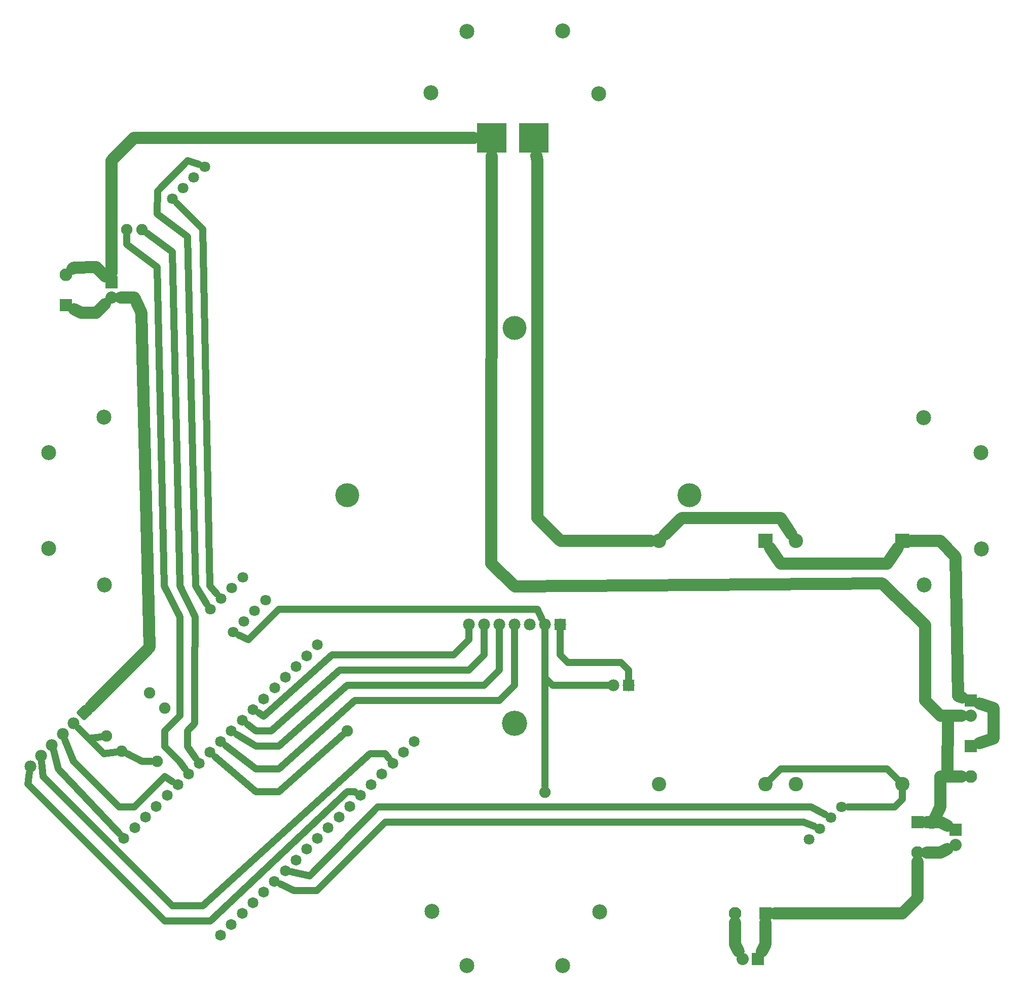
<source format=gtl>
G04 MADE WITH FRITZING*
G04 WWW.FRITZING.ORG*
G04 DOUBLE SIDED*
G04 HOLES PLATED*
G04 CONTOUR ON CENTER OF CONTOUR VECTOR*
%ASAXBY*%
%FSLAX23Y23*%
%MOIN*%
%OFA0B0*%
%SFA1.0B1.0*%
%ADD10C,0.098425*%
%ADD11C,0.071858*%
%ADD12C,0.075433*%
%ADD13C,0.071000*%
%ADD14C,0.070972*%
%ADD15C,0.075000*%
%ADD16C,0.078000*%
%ADD17C,0.094488*%
%ADD18C,0.083307*%
%ADD19C,0.080000*%
%ADD20C,0.157480*%
%ADD21C,0.165354*%
%ADD22R,0.078000X0.078000*%
%ADD23R,0.196850X0.196850*%
%ADD24R,0.083307X0.083307*%
%ADD25R,0.080000X0.080000*%
%ADD26C,0.048000*%
%ADD27C,0.020000*%
%ADD28R,0.001000X0.001000*%
%LNCOPPER1*%
G90*
G70*
G54D10*
X874Y4241D03*
G54D11*
X2643Y2977D03*
X2572Y2906D03*
X2502Y2835D03*
X2431Y2764D03*
X2361Y2694D03*
X2290Y2623D03*
X2219Y2552D03*
X2148Y2482D03*
X2077Y2411D03*
X2007Y2341D03*
X1936Y2270D03*
X1865Y2199D03*
X1795Y2128D03*
X1724Y2057D03*
X1654Y1987D03*
X1583Y1916D03*
X1512Y1846D03*
X1441Y1775D03*
X1370Y1704D03*
X2006Y1068D03*
X2077Y1139D03*
X2148Y1210D03*
X2219Y1280D03*
X2290Y1351D03*
X2360Y1421D03*
X2431Y1492D03*
X2501Y1563D03*
X2572Y1634D03*
X2643Y1705D03*
X2713Y1775D03*
X2784Y1846D03*
X2855Y1916D03*
X2926Y1987D03*
X2997Y2058D03*
X3067Y2128D03*
X3138Y2199D03*
X3208Y2270D03*
X3279Y2341D03*
G54D12*
X4139Y2009D03*
X2839Y2411D03*
G54D13*
X1901Y6123D03*
X1830Y6052D03*
G54D14*
X1760Y5982D03*
X1689Y5911D03*
G54D13*
X2151Y3423D03*
X2080Y3352D03*
G54D14*
X2010Y3282D03*
X1939Y3211D03*
G54D13*
X2301Y3273D03*
X2230Y3202D03*
G54D14*
X2160Y3132D03*
X2089Y3061D03*
G54D13*
X5877Y1699D03*
X5947Y1769D03*
G54D14*
X6018Y1840D03*
X6089Y1911D03*
G54D15*
X1256Y2378D03*
X1539Y2661D03*
X1356Y2278D03*
X1639Y2561D03*
G54D12*
X1389Y5709D03*
X1488Y5709D03*
G54D16*
X4039Y3111D03*
X3939Y3111D03*
X3839Y3111D03*
X3739Y3111D03*
X3639Y3111D03*
X4689Y2711D03*
X4589Y2711D03*
X4239Y3111D03*
X4139Y3111D03*
X1110Y2532D03*
X1039Y2461D03*
X968Y2390D03*
X897Y2319D03*
X827Y2249D03*
X756Y2178D03*
G54D12*
X1589Y2211D03*
G54D17*
X5589Y3661D03*
X4889Y3661D03*
X4889Y2061D03*
X5589Y2061D03*
X6489Y3661D03*
X5789Y3661D03*
X5789Y2061D03*
X6489Y2061D03*
G54D18*
X6589Y1811D03*
X6589Y1611D03*
X6939Y2311D03*
X6939Y2111D03*
X989Y5211D03*
X989Y5411D03*
X5589Y1211D03*
X5389Y1211D03*
G54D19*
X5539Y911D03*
X5439Y911D03*
X6839Y1761D03*
X6839Y1661D03*
X6939Y2611D03*
X6939Y2511D03*
X1289Y5361D03*
X1289Y5261D03*
G54D20*
X5089Y3961D03*
X2839Y3961D03*
G54D21*
X3939Y2461D03*
G54D20*
X3939Y5061D03*
G54D10*
X877Y3610D03*
X4498Y1221D03*
X4256Y869D03*
X3627Y867D03*
X3395Y1225D03*
X4492Y6603D03*
X4255Y7014D03*
X3389Y6607D03*
X3627Y7011D03*
X7009Y3609D03*
X7006Y4240D03*
X6633Y3370D03*
X6630Y4472D03*
X1241Y3373D03*
X1239Y4476D03*
G54D22*
X4689Y2711D03*
X4239Y3111D03*
G54D23*
X4066Y6312D03*
X3789Y6311D03*
G54D24*
X6589Y1811D03*
X6939Y2311D03*
X989Y5211D03*
X5589Y1211D03*
G54D25*
X5539Y911D03*
X6839Y1761D03*
X6939Y2611D03*
X1289Y5361D03*
G54D26*
X4290Y2860D02*
X4238Y2910D01*
D02*
X4639Y2860D02*
X4290Y2860D01*
D02*
X4688Y2811D02*
X4639Y2860D01*
D02*
X4238Y2910D02*
X4239Y3070D01*
D02*
X4188Y2712D02*
X4139Y2762D01*
D02*
X4139Y2762D02*
X4139Y3070D01*
D02*
X4548Y2711D02*
X4188Y2712D01*
D02*
X4689Y2752D02*
X4688Y2811D01*
G54D19*
D02*
X6588Y1311D02*
X6589Y1550D01*
D02*
X6490Y1210D02*
X6588Y1311D01*
D02*
X5649Y1211D02*
X6490Y1210D01*
D02*
X6738Y1813D02*
X6649Y1812D01*
D02*
X6738Y1610D02*
X6649Y1610D01*
D02*
X6786Y1634D02*
X6738Y1610D01*
D02*
X6786Y1788D02*
X6738Y1813D01*
D02*
X6738Y1912D02*
X6738Y2112D01*
D02*
X6738Y2112D02*
X6878Y2111D01*
D02*
X6688Y1809D02*
X6738Y1912D01*
D02*
X6649Y1810D02*
X6688Y1809D01*
G54D26*
D02*
X4139Y2049D02*
X4139Y3070D01*
D02*
X1837Y2462D02*
X1837Y2761D01*
D02*
X1639Y2410D02*
X1639Y2309D01*
D02*
X1740Y2511D02*
X1639Y2410D01*
D02*
X1789Y2309D02*
X1789Y2410D01*
D02*
X1737Y2210D02*
X1771Y2162D01*
D02*
X1636Y3364D02*
X1738Y3162D01*
D02*
X1590Y5462D02*
X1636Y3364D01*
D02*
X1389Y5611D02*
X1590Y5462D01*
D02*
X1389Y5669D02*
X1389Y5611D01*
D02*
X1738Y3162D02*
X1740Y2713D01*
D02*
X1740Y2713D02*
X1740Y2511D01*
D02*
X1639Y2309D02*
X1737Y2210D01*
D02*
X1789Y2410D02*
X1837Y2462D01*
D02*
X1840Y3162D02*
X1738Y3364D01*
D02*
X1738Y3364D02*
X1689Y5561D01*
D02*
X1689Y5561D02*
X1521Y5685D01*
D02*
X1837Y2761D02*
X1840Y3162D01*
D02*
X1842Y2233D02*
X1789Y2309D01*
D02*
X1789Y6162D02*
X1862Y6137D01*
D02*
X1937Y3364D02*
X1982Y3313D01*
D02*
X1890Y5710D02*
X1937Y3364D01*
D02*
X1788Y5660D02*
X1590Y5812D01*
D02*
X1590Y5812D02*
X1591Y5960D01*
D02*
X1841Y3364D02*
X1788Y5660D01*
D02*
X1591Y5960D02*
X1789Y6162D01*
D02*
X1718Y5881D02*
X1890Y5710D01*
D02*
X1916Y3246D02*
X1841Y3364D01*
D02*
X5839Y1811D02*
X3090Y1810D01*
D02*
X3090Y1810D02*
X2638Y1362D01*
D02*
X2638Y1362D02*
X2489Y1362D01*
D02*
X3040Y1912D02*
X2591Y1459D01*
D02*
X2591Y1459D02*
X2472Y1484D01*
D02*
X2489Y1362D02*
X2398Y1404D01*
D02*
X5889Y1912D02*
X3040Y1912D01*
D02*
X5908Y1784D02*
X5839Y1811D01*
D02*
X5982Y1860D02*
X5889Y1912D01*
D02*
X2238Y2411D02*
X2181Y2456D01*
D02*
X2789Y2810D02*
X2339Y2411D01*
D02*
X3640Y2810D02*
X2789Y2810D01*
D02*
X3738Y2910D02*
X3640Y2810D01*
D02*
X2339Y2411D02*
X2238Y2411D01*
D02*
X3839Y2810D02*
X3738Y2712D01*
D02*
X3738Y2712D02*
X2838Y2712D01*
D02*
X2838Y2712D02*
X2388Y2310D01*
D02*
X2388Y2310D02*
X2238Y2310D01*
D02*
X2238Y2310D02*
X2113Y2389D01*
D02*
X2388Y2160D02*
X2238Y2160D01*
D02*
X2890Y2611D02*
X2388Y2160D01*
D02*
X3839Y2611D02*
X2890Y2611D01*
D02*
X3939Y2712D02*
X3839Y2611D01*
D02*
X2238Y2160D02*
X2040Y2315D01*
D02*
X2388Y2010D02*
X2238Y2010D01*
D02*
X2238Y2010D02*
X1968Y2242D01*
D02*
X2809Y2384D02*
X2388Y2010D01*
D02*
X3739Y3070D02*
X3738Y2910D01*
D02*
X3839Y3070D02*
X3839Y2810D01*
D02*
X3939Y3070D02*
X3939Y2712D01*
D02*
X3539Y2910D02*
X2740Y2910D01*
D02*
X3640Y3011D02*
X3539Y2910D01*
D02*
X2740Y2910D02*
X2290Y2509D01*
D02*
X2290Y2509D02*
X2254Y2531D01*
D02*
X3639Y3070D02*
X3640Y3011D01*
D02*
X2888Y2010D02*
X2890Y2009D01*
D02*
X2839Y2011D02*
X2888Y2010D01*
D02*
X1939Y1162D02*
X2839Y2011D01*
D02*
X1638Y1162D02*
X1939Y1162D01*
D02*
X750Y2137D02*
X740Y2062D01*
D02*
X740Y2062D02*
X1638Y1162D01*
D02*
X2988Y2261D02*
X3089Y2261D01*
D02*
X3089Y2261D02*
X3112Y2232D01*
D02*
X1888Y1260D02*
X2988Y2261D01*
D02*
X1688Y1260D02*
X1888Y1260D01*
D02*
X838Y2110D02*
X1688Y1260D01*
D02*
X830Y2208D02*
X838Y2110D01*
D02*
X2388Y3211D02*
X2189Y3011D01*
D02*
X4089Y3211D02*
X2388Y3211D01*
D02*
X2189Y3011D02*
X2126Y3042D01*
D02*
X4120Y3148D02*
X4089Y3211D01*
D02*
X940Y2161D02*
X1342Y1734D01*
D02*
X908Y2280D02*
X940Y2161D01*
D02*
X1639Y2110D02*
X1689Y2079D01*
D02*
X1439Y1911D02*
X1639Y2110D01*
D02*
X1338Y1911D02*
X1439Y1911D01*
D02*
X1038Y2211D02*
X1338Y1911D01*
D02*
X983Y2352D02*
X1038Y2211D01*
D02*
X1490Y2211D02*
X1549Y2211D01*
D02*
X1392Y2260D02*
X1490Y2211D01*
G54D19*
D02*
X5688Y3810D02*
X5038Y3811D01*
D02*
X5758Y3706D02*
X5688Y3810D01*
D02*
X5038Y3811D02*
X4927Y3700D01*
G54D26*
D02*
X6389Y2160D02*
X5688Y2160D01*
D02*
X5688Y2160D02*
X5616Y2088D01*
D02*
X6462Y2088D02*
X6389Y2160D01*
D02*
X6438Y1910D02*
X6131Y1911D01*
D02*
X6488Y2023D02*
X6488Y1960D01*
D02*
X6488Y1960D02*
X6438Y1910D01*
G54D19*
D02*
X4088Y6160D02*
X4083Y6196D01*
D02*
X4241Y3663D02*
X4088Y3811D01*
D02*
X4088Y3811D02*
X4088Y6160D01*
D02*
X4834Y3661D02*
X4241Y3663D01*
D02*
X1437Y6312D02*
X3671Y6311D01*
D02*
X1288Y6163D02*
X1437Y6312D01*
D02*
X1289Y5420D02*
X1288Y6163D01*
D02*
X1438Y5262D02*
X1348Y5261D01*
D02*
X1487Y5160D02*
X1438Y5262D01*
D02*
X1540Y2961D02*
X1487Y5160D01*
D02*
X1151Y2572D02*
X1540Y2961D01*
D02*
X6738Y2511D02*
X6640Y2612D01*
D02*
X6638Y3108D02*
X6356Y3380D01*
D02*
X6640Y2612D02*
X6638Y3108D01*
D02*
X6356Y3380D02*
X3941Y3362D01*
D02*
X3787Y3511D02*
X3789Y6193D01*
D02*
X6880Y2511D02*
X6738Y2511D01*
D02*
X3941Y3362D02*
X3787Y3511D01*
D02*
X6856Y2641D02*
X6883Y2631D01*
D02*
X6838Y3555D02*
X6856Y2641D01*
D02*
X6738Y3660D02*
X6838Y3555D01*
D02*
X6544Y3661D02*
X6738Y3660D01*
D02*
X5689Y3511D02*
X6390Y3511D01*
D02*
X5619Y3616D02*
X5689Y3511D01*
D02*
X6390Y3511D02*
X6459Y3615D01*
D02*
X5389Y1009D02*
X5389Y1150D01*
D02*
X5412Y963D02*
X5389Y1009D01*
D02*
X5590Y1009D02*
X5589Y1150D01*
D02*
X5566Y963D02*
X5590Y1009D01*
D02*
X7090Y2560D02*
X6995Y2592D01*
D02*
X7090Y2361D02*
X7090Y2560D01*
D02*
X6996Y2330D02*
X7090Y2361D01*
D02*
X6787Y2112D02*
X6790Y2511D01*
D02*
X6790Y2511D02*
X6880Y2511D01*
D02*
X6878Y2111D02*
X6787Y2112D01*
D02*
X1188Y5461D02*
X1041Y5459D01*
D02*
X1041Y5459D02*
X1033Y5452D01*
D02*
X1247Y5402D02*
X1188Y5461D01*
D02*
X1089Y5163D02*
X1043Y5185D01*
D02*
X1188Y5160D02*
X1089Y5163D01*
D02*
X1247Y5219D02*
X1188Y5160D01*
G54D26*
D02*
X1239Y2262D02*
X1068Y2432D01*
D02*
X1317Y2273D02*
X1239Y2262D01*
D02*
X1090Y2411D02*
X1068Y2432D01*
D02*
X1139Y2360D02*
X1090Y2411D01*
D02*
X1217Y2372D02*
X1139Y2360D01*
G54D27*
X1151Y2532D02*
X1110Y2491D01*
X1069Y2532D01*
X1110Y2573D01*
X1151Y2532D01*
D02*
G54D28*
X5542Y3708D02*
X5635Y3708D01*
X6442Y3708D02*
X6535Y3708D01*
X5542Y3707D02*
X5635Y3707D01*
X6442Y3707D02*
X6535Y3707D01*
X5542Y3706D02*
X5635Y3706D01*
X6442Y3706D02*
X6535Y3706D01*
X5542Y3705D02*
X5635Y3705D01*
X6442Y3705D02*
X6535Y3705D01*
X5542Y3704D02*
X5635Y3704D01*
X6442Y3704D02*
X6535Y3704D01*
X5542Y3703D02*
X5635Y3703D01*
X6442Y3703D02*
X6535Y3703D01*
X5542Y3702D02*
X5635Y3702D01*
X6442Y3702D02*
X6535Y3702D01*
X5542Y3701D02*
X5635Y3701D01*
X6442Y3701D02*
X6535Y3701D01*
X5542Y3700D02*
X5635Y3700D01*
X6442Y3700D02*
X6535Y3700D01*
X5542Y3699D02*
X5635Y3699D01*
X6442Y3699D02*
X6535Y3699D01*
X5542Y3698D02*
X5635Y3698D01*
X6442Y3698D02*
X6535Y3698D01*
X5542Y3697D02*
X5635Y3697D01*
X6442Y3697D02*
X6535Y3697D01*
X5542Y3696D02*
X5635Y3696D01*
X6442Y3696D02*
X6535Y3696D01*
X5542Y3695D02*
X5635Y3695D01*
X6442Y3695D02*
X6535Y3695D01*
X5542Y3694D02*
X5635Y3694D01*
X6442Y3694D02*
X6535Y3694D01*
X5542Y3693D02*
X5635Y3693D01*
X6442Y3693D02*
X6535Y3693D01*
X5542Y3692D02*
X5635Y3692D01*
X6442Y3692D02*
X6535Y3692D01*
X5542Y3691D02*
X5635Y3691D01*
X6442Y3691D02*
X6535Y3691D01*
X5542Y3690D02*
X5635Y3690D01*
X6442Y3690D02*
X6535Y3690D01*
X5542Y3689D02*
X5635Y3689D01*
X6442Y3689D02*
X6535Y3689D01*
X5542Y3688D02*
X5635Y3688D01*
X6442Y3688D02*
X6535Y3688D01*
X5542Y3687D02*
X5635Y3687D01*
X6442Y3687D02*
X6535Y3687D01*
X5542Y3686D02*
X5635Y3686D01*
X6442Y3686D02*
X6535Y3686D01*
X5542Y3685D02*
X5635Y3685D01*
X6442Y3685D02*
X6535Y3685D01*
X5542Y3684D02*
X5635Y3684D01*
X6442Y3684D02*
X6535Y3684D01*
X5542Y3683D02*
X5635Y3683D01*
X6442Y3683D02*
X6535Y3683D01*
X5542Y3682D02*
X5635Y3682D01*
X6442Y3682D02*
X6535Y3682D01*
X5542Y3681D02*
X5587Y3681D01*
X5590Y3681D02*
X5635Y3681D01*
X6442Y3681D02*
X6487Y3681D01*
X6490Y3681D02*
X6535Y3681D01*
X5542Y3680D02*
X5582Y3680D01*
X5595Y3680D02*
X5635Y3680D01*
X6442Y3680D02*
X6482Y3680D01*
X6495Y3680D02*
X6535Y3680D01*
X5542Y3679D02*
X5579Y3679D01*
X5597Y3679D02*
X5635Y3679D01*
X6442Y3679D02*
X6479Y3679D01*
X6497Y3679D02*
X6535Y3679D01*
X5542Y3678D02*
X5577Y3678D01*
X5599Y3678D02*
X5635Y3678D01*
X6442Y3678D02*
X6477Y3678D01*
X6499Y3678D02*
X6535Y3678D01*
X5542Y3677D02*
X5576Y3677D01*
X5601Y3677D02*
X5635Y3677D01*
X6442Y3677D02*
X6476Y3677D01*
X6501Y3677D02*
X6535Y3677D01*
X5542Y3676D02*
X5575Y3676D01*
X5602Y3676D02*
X5635Y3676D01*
X6442Y3676D02*
X6475Y3676D01*
X6502Y3676D02*
X6535Y3676D01*
X5542Y3675D02*
X5574Y3675D01*
X5603Y3675D02*
X5635Y3675D01*
X6442Y3675D02*
X6474Y3675D01*
X6503Y3675D02*
X6535Y3675D01*
X5542Y3674D02*
X5573Y3674D01*
X5604Y3674D02*
X5635Y3674D01*
X6442Y3674D02*
X6473Y3674D01*
X6504Y3674D02*
X6535Y3674D01*
X5542Y3673D02*
X5572Y3673D01*
X5605Y3673D02*
X5635Y3673D01*
X6442Y3673D02*
X6472Y3673D01*
X6505Y3673D02*
X6535Y3673D01*
X5542Y3672D02*
X5571Y3672D01*
X5605Y3672D02*
X5635Y3672D01*
X6442Y3672D02*
X6471Y3672D01*
X6505Y3672D02*
X6535Y3672D01*
X5542Y3671D02*
X5571Y3671D01*
X5606Y3671D02*
X5635Y3671D01*
X6442Y3671D02*
X6471Y3671D01*
X6506Y3671D02*
X6535Y3671D01*
X5542Y3670D02*
X5570Y3670D01*
X5606Y3670D02*
X5635Y3670D01*
X6442Y3670D02*
X6470Y3670D01*
X6506Y3670D02*
X6535Y3670D01*
X5542Y3669D02*
X5570Y3669D01*
X5607Y3669D02*
X5635Y3669D01*
X6442Y3669D02*
X6470Y3669D01*
X6507Y3669D02*
X6535Y3669D01*
X5542Y3668D02*
X5569Y3668D01*
X5607Y3668D02*
X5635Y3668D01*
X6442Y3668D02*
X6469Y3668D01*
X6507Y3668D02*
X6535Y3668D01*
X5542Y3667D02*
X5569Y3667D01*
X5608Y3667D02*
X5635Y3667D01*
X6442Y3667D02*
X6469Y3667D01*
X6508Y3667D02*
X6535Y3667D01*
X5542Y3666D02*
X5569Y3666D01*
X5608Y3666D02*
X5635Y3666D01*
X6442Y3666D02*
X6469Y3666D01*
X6508Y3666D02*
X6535Y3666D01*
X5542Y3665D02*
X5569Y3665D01*
X5608Y3665D02*
X5635Y3665D01*
X6442Y3665D02*
X6469Y3665D01*
X6508Y3665D02*
X6535Y3665D01*
X5542Y3664D02*
X5568Y3664D01*
X5608Y3664D02*
X5635Y3664D01*
X6442Y3664D02*
X6468Y3664D01*
X6508Y3664D02*
X6535Y3664D01*
X5542Y3663D02*
X5568Y3663D01*
X5608Y3663D02*
X5635Y3663D01*
X6442Y3663D02*
X6468Y3663D01*
X6508Y3663D02*
X6535Y3663D01*
X5542Y3662D02*
X5568Y3662D01*
X5608Y3662D02*
X5635Y3662D01*
X6442Y3662D02*
X6468Y3662D01*
X6508Y3662D02*
X6535Y3662D01*
X5542Y3661D02*
X5568Y3661D01*
X5609Y3661D02*
X5635Y3661D01*
X6442Y3661D02*
X6468Y3661D01*
X6509Y3661D02*
X6535Y3661D01*
X5542Y3660D02*
X5568Y3660D01*
X5608Y3660D02*
X5635Y3660D01*
X6442Y3660D02*
X6468Y3660D01*
X6508Y3660D02*
X6535Y3660D01*
X5542Y3659D02*
X5568Y3659D01*
X5608Y3659D02*
X5635Y3659D01*
X6442Y3659D02*
X6468Y3659D01*
X6508Y3659D02*
X6535Y3659D01*
X5542Y3658D02*
X5569Y3658D01*
X5608Y3658D02*
X5635Y3658D01*
X6442Y3658D02*
X6469Y3658D01*
X6508Y3658D02*
X6535Y3658D01*
X5542Y3657D02*
X5569Y3657D01*
X5608Y3657D02*
X5635Y3657D01*
X6442Y3657D02*
X6469Y3657D01*
X6508Y3657D02*
X6535Y3657D01*
X5542Y3656D02*
X5569Y3656D01*
X5608Y3656D02*
X5635Y3656D01*
X6442Y3656D02*
X6469Y3656D01*
X6508Y3656D02*
X6535Y3656D01*
X5542Y3655D02*
X5569Y3655D01*
X5607Y3655D02*
X5635Y3655D01*
X6442Y3655D02*
X6469Y3655D01*
X6507Y3655D02*
X6535Y3655D01*
X5542Y3654D02*
X5570Y3654D01*
X5607Y3654D02*
X5635Y3654D01*
X6442Y3654D02*
X6470Y3654D01*
X6507Y3654D02*
X6535Y3654D01*
X5542Y3653D02*
X5570Y3653D01*
X5607Y3653D02*
X5635Y3653D01*
X6442Y3653D02*
X6470Y3653D01*
X6507Y3653D02*
X6535Y3653D01*
X5542Y3652D02*
X5571Y3652D01*
X5606Y3652D02*
X5635Y3652D01*
X6442Y3652D02*
X6471Y3652D01*
X6506Y3652D02*
X6535Y3652D01*
X5542Y3651D02*
X5571Y3651D01*
X5606Y3651D02*
X5635Y3651D01*
X6442Y3651D02*
X6471Y3651D01*
X6506Y3651D02*
X6535Y3651D01*
X5542Y3650D02*
X5572Y3650D01*
X5605Y3650D02*
X5635Y3650D01*
X6442Y3650D02*
X6472Y3650D01*
X6505Y3650D02*
X6535Y3650D01*
X5542Y3649D02*
X5573Y3649D01*
X5604Y3649D02*
X5635Y3649D01*
X6442Y3649D02*
X6473Y3649D01*
X6504Y3649D02*
X6535Y3649D01*
X5542Y3648D02*
X5574Y3648D01*
X5603Y3648D02*
X5635Y3648D01*
X6442Y3648D02*
X6474Y3648D01*
X6503Y3648D02*
X6535Y3648D01*
X5542Y3647D02*
X5575Y3647D01*
X5602Y3647D02*
X5635Y3647D01*
X6442Y3647D02*
X6475Y3647D01*
X6502Y3647D02*
X6535Y3647D01*
X5542Y3646D02*
X5576Y3646D01*
X5601Y3646D02*
X5635Y3646D01*
X6442Y3646D02*
X6476Y3646D01*
X6501Y3646D02*
X6535Y3646D01*
X5542Y3645D02*
X5577Y3645D01*
X5600Y3645D02*
X5635Y3645D01*
X6442Y3645D02*
X6477Y3645D01*
X6500Y3645D02*
X6535Y3645D01*
X5542Y3644D02*
X5579Y3644D01*
X5598Y3644D02*
X5635Y3644D01*
X6442Y3644D02*
X6479Y3644D01*
X6498Y3644D02*
X6535Y3644D01*
X5542Y3643D02*
X5581Y3643D01*
X5596Y3643D02*
X5635Y3643D01*
X6442Y3643D02*
X6481Y3643D01*
X6496Y3643D02*
X6535Y3643D01*
X5542Y3642D02*
X5585Y3642D01*
X5592Y3642D02*
X5635Y3642D01*
X6442Y3642D02*
X6485Y3642D01*
X6492Y3642D02*
X6535Y3642D01*
X5542Y3641D02*
X5635Y3641D01*
X6442Y3641D02*
X6535Y3641D01*
X5542Y3640D02*
X5635Y3640D01*
X6442Y3640D02*
X6535Y3640D01*
X5542Y3639D02*
X5635Y3639D01*
X6442Y3639D02*
X6535Y3639D01*
X5542Y3638D02*
X5635Y3638D01*
X6442Y3638D02*
X6535Y3638D01*
X5542Y3637D02*
X5635Y3637D01*
X6442Y3637D02*
X6535Y3637D01*
X5542Y3636D02*
X5635Y3636D01*
X6442Y3636D02*
X6535Y3636D01*
X5542Y3635D02*
X5635Y3635D01*
X6442Y3635D02*
X6535Y3635D01*
X5542Y3634D02*
X5635Y3634D01*
X6442Y3634D02*
X6535Y3634D01*
X5542Y3633D02*
X5635Y3633D01*
X6442Y3633D02*
X6535Y3633D01*
X5542Y3632D02*
X5635Y3632D01*
X6442Y3632D02*
X6535Y3632D01*
X5542Y3631D02*
X5635Y3631D01*
X6442Y3631D02*
X6535Y3631D01*
X5542Y3630D02*
X5635Y3630D01*
X6442Y3630D02*
X6535Y3630D01*
X5542Y3629D02*
X5635Y3629D01*
X6442Y3629D02*
X6535Y3629D01*
X5542Y3628D02*
X5635Y3628D01*
X6442Y3628D02*
X6535Y3628D01*
X5542Y3627D02*
X5635Y3627D01*
X6442Y3627D02*
X6535Y3627D01*
X5542Y3626D02*
X5635Y3626D01*
X6442Y3626D02*
X6535Y3626D01*
X5542Y3625D02*
X5635Y3625D01*
X6442Y3625D02*
X6535Y3625D01*
X5542Y3624D02*
X5635Y3624D01*
X6442Y3624D02*
X6535Y3624D01*
X5542Y3623D02*
X5635Y3623D01*
X6442Y3623D02*
X6535Y3623D01*
X5542Y3622D02*
X5635Y3622D01*
X6442Y3622D02*
X6535Y3622D01*
X5542Y3621D02*
X5635Y3621D01*
X6442Y3621D02*
X6535Y3621D01*
X5542Y3620D02*
X5635Y3620D01*
X6442Y3620D02*
X6535Y3620D01*
X5542Y3619D02*
X5635Y3619D01*
X6442Y3619D02*
X6535Y3619D01*
X5542Y3618D02*
X5635Y3618D01*
X6442Y3618D02*
X6535Y3618D01*
X5542Y3617D02*
X5635Y3617D01*
X6442Y3617D02*
X6535Y3617D01*
X5542Y3616D02*
X5635Y3616D01*
X6442Y3616D02*
X6535Y3616D01*
X5542Y3615D02*
X5635Y3615D01*
X6442Y3615D02*
X6535Y3615D01*
D02*
G04 End of Copper1*
M02*
</source>
